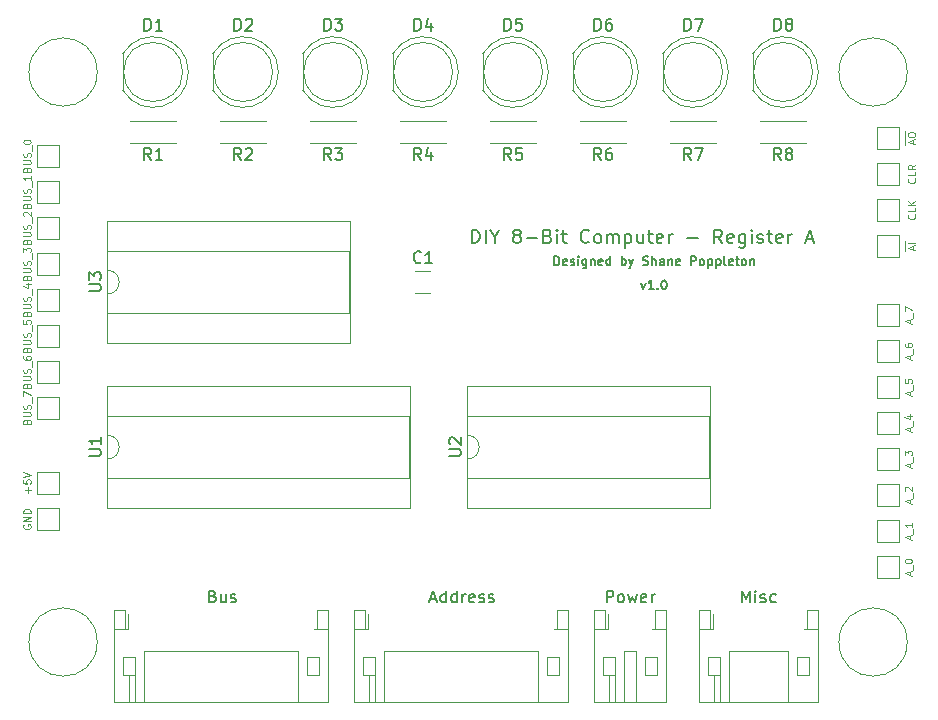
<source format=gbr>
G04 #@! TF.GenerationSoftware,KiCad,Pcbnew,(5.1.2-1)-1*
G04 #@! TF.CreationDate,2019-08-21T21:53:06+10:00*
G04 #@! TF.ProjectId,register-a,72656769-7374-4657-922d-612e6b696361,rev?*
G04 #@! TF.SameCoordinates,Original*
G04 #@! TF.FileFunction,Legend,Top*
G04 #@! TF.FilePolarity,Positive*
%FSLAX46Y46*%
G04 Gerber Fmt 4.6, Leading zero omitted, Abs format (unit mm)*
G04 Created by KiCad (PCBNEW (5.1.2-1)-1) date 2019-08-21 21:53:06*
%MOMM*%
%LPD*%
G04 APERTURE LIST*
%ADD10C,0.127000*%
%ADD11C,0.120000*%
%ADD12C,0.100000*%
%ADD13C,0.150000*%
%ADD14C,0.101600*%
G04 APERTURE END LIST*
D10*
X69269428Y-50890714D02*
X69450857Y-51398714D01*
X69632285Y-50890714D01*
X70321714Y-51398714D02*
X69886285Y-51398714D01*
X70104000Y-51398714D02*
X70104000Y-50636714D01*
X70031428Y-50745571D01*
X69958857Y-50818142D01*
X69886285Y-50854428D01*
X70648285Y-51326142D02*
X70684571Y-51362428D01*
X70648285Y-51398714D01*
X70612000Y-51362428D01*
X70648285Y-51326142D01*
X70648285Y-51398714D01*
X71156285Y-50636714D02*
X71228857Y-50636714D01*
X71301428Y-50673000D01*
X71337714Y-50709285D01*
X71374000Y-50781857D01*
X71410285Y-50927000D01*
X71410285Y-51108428D01*
X71374000Y-51253571D01*
X71337714Y-51326142D01*
X71301428Y-51362428D01*
X71228857Y-51398714D01*
X71156285Y-51398714D01*
X71083714Y-51362428D01*
X71047428Y-51326142D01*
X71011142Y-51253571D01*
X70974857Y-51108428D01*
X70974857Y-50927000D01*
X71011142Y-50781857D01*
X71047428Y-50709285D01*
X71083714Y-50673000D01*
X71156285Y-50636714D01*
X61903428Y-49366714D02*
X61903428Y-48604714D01*
X62084857Y-48604714D01*
X62193714Y-48641000D01*
X62266285Y-48713571D01*
X62302571Y-48786142D01*
X62338857Y-48931285D01*
X62338857Y-49040142D01*
X62302571Y-49185285D01*
X62266285Y-49257857D01*
X62193714Y-49330428D01*
X62084857Y-49366714D01*
X61903428Y-49366714D01*
X62955714Y-49330428D02*
X62883142Y-49366714D01*
X62738000Y-49366714D01*
X62665428Y-49330428D01*
X62629142Y-49257857D01*
X62629142Y-48967571D01*
X62665428Y-48895000D01*
X62738000Y-48858714D01*
X62883142Y-48858714D01*
X62955714Y-48895000D01*
X62992000Y-48967571D01*
X62992000Y-49040142D01*
X62629142Y-49112714D01*
X63282285Y-49330428D02*
X63354857Y-49366714D01*
X63500000Y-49366714D01*
X63572571Y-49330428D01*
X63608857Y-49257857D01*
X63608857Y-49221571D01*
X63572571Y-49149000D01*
X63500000Y-49112714D01*
X63391142Y-49112714D01*
X63318571Y-49076428D01*
X63282285Y-49003857D01*
X63282285Y-48967571D01*
X63318571Y-48895000D01*
X63391142Y-48858714D01*
X63500000Y-48858714D01*
X63572571Y-48895000D01*
X63935428Y-49366714D02*
X63935428Y-48858714D01*
X63935428Y-48604714D02*
X63899142Y-48641000D01*
X63935428Y-48677285D01*
X63971714Y-48641000D01*
X63935428Y-48604714D01*
X63935428Y-48677285D01*
X64624857Y-48858714D02*
X64624857Y-49475571D01*
X64588571Y-49548142D01*
X64552285Y-49584428D01*
X64479714Y-49620714D01*
X64370857Y-49620714D01*
X64298285Y-49584428D01*
X64624857Y-49330428D02*
X64552285Y-49366714D01*
X64407142Y-49366714D01*
X64334571Y-49330428D01*
X64298285Y-49294142D01*
X64262000Y-49221571D01*
X64262000Y-49003857D01*
X64298285Y-48931285D01*
X64334571Y-48895000D01*
X64407142Y-48858714D01*
X64552285Y-48858714D01*
X64624857Y-48895000D01*
X64987714Y-48858714D02*
X64987714Y-49366714D01*
X64987714Y-48931285D02*
X65024000Y-48895000D01*
X65096571Y-48858714D01*
X65205428Y-48858714D01*
X65278000Y-48895000D01*
X65314285Y-48967571D01*
X65314285Y-49366714D01*
X65967428Y-49330428D02*
X65894857Y-49366714D01*
X65749714Y-49366714D01*
X65677142Y-49330428D01*
X65640857Y-49257857D01*
X65640857Y-48967571D01*
X65677142Y-48895000D01*
X65749714Y-48858714D01*
X65894857Y-48858714D01*
X65967428Y-48895000D01*
X66003714Y-48967571D01*
X66003714Y-49040142D01*
X65640857Y-49112714D01*
X66656857Y-49366714D02*
X66656857Y-48604714D01*
X66656857Y-49330428D02*
X66584285Y-49366714D01*
X66439142Y-49366714D01*
X66366571Y-49330428D01*
X66330285Y-49294142D01*
X66294000Y-49221571D01*
X66294000Y-49003857D01*
X66330285Y-48931285D01*
X66366571Y-48895000D01*
X66439142Y-48858714D01*
X66584285Y-48858714D01*
X66656857Y-48895000D01*
X67600285Y-49366714D02*
X67600285Y-48604714D01*
X67600285Y-48895000D02*
X67672857Y-48858714D01*
X67818000Y-48858714D01*
X67890571Y-48895000D01*
X67926857Y-48931285D01*
X67963142Y-49003857D01*
X67963142Y-49221571D01*
X67926857Y-49294142D01*
X67890571Y-49330428D01*
X67818000Y-49366714D01*
X67672857Y-49366714D01*
X67600285Y-49330428D01*
X68217142Y-48858714D02*
X68398571Y-49366714D01*
X68580000Y-48858714D02*
X68398571Y-49366714D01*
X68326000Y-49548142D01*
X68289714Y-49584428D01*
X68217142Y-49620714D01*
X69414571Y-49330428D02*
X69523428Y-49366714D01*
X69704857Y-49366714D01*
X69777428Y-49330428D01*
X69813714Y-49294142D01*
X69850000Y-49221571D01*
X69850000Y-49149000D01*
X69813714Y-49076428D01*
X69777428Y-49040142D01*
X69704857Y-49003857D01*
X69559714Y-48967571D01*
X69487142Y-48931285D01*
X69450857Y-48895000D01*
X69414571Y-48822428D01*
X69414571Y-48749857D01*
X69450857Y-48677285D01*
X69487142Y-48641000D01*
X69559714Y-48604714D01*
X69741142Y-48604714D01*
X69850000Y-48641000D01*
X70176571Y-49366714D02*
X70176571Y-48604714D01*
X70503142Y-49366714D02*
X70503142Y-48967571D01*
X70466857Y-48895000D01*
X70394285Y-48858714D01*
X70285428Y-48858714D01*
X70212857Y-48895000D01*
X70176571Y-48931285D01*
X71192571Y-49366714D02*
X71192571Y-48967571D01*
X71156285Y-48895000D01*
X71083714Y-48858714D01*
X70938571Y-48858714D01*
X70866000Y-48895000D01*
X71192571Y-49330428D02*
X71120000Y-49366714D01*
X70938571Y-49366714D01*
X70866000Y-49330428D01*
X70829714Y-49257857D01*
X70829714Y-49185285D01*
X70866000Y-49112714D01*
X70938571Y-49076428D01*
X71120000Y-49076428D01*
X71192571Y-49040142D01*
X71555428Y-48858714D02*
X71555428Y-49366714D01*
X71555428Y-48931285D02*
X71591714Y-48895000D01*
X71664285Y-48858714D01*
X71773142Y-48858714D01*
X71845714Y-48895000D01*
X71882000Y-48967571D01*
X71882000Y-49366714D01*
X72535142Y-49330428D02*
X72462571Y-49366714D01*
X72317428Y-49366714D01*
X72244857Y-49330428D01*
X72208571Y-49257857D01*
X72208571Y-48967571D01*
X72244857Y-48895000D01*
X72317428Y-48858714D01*
X72462571Y-48858714D01*
X72535142Y-48895000D01*
X72571428Y-48967571D01*
X72571428Y-49040142D01*
X72208571Y-49112714D01*
X73478571Y-49366714D02*
X73478571Y-48604714D01*
X73768857Y-48604714D01*
X73841428Y-48641000D01*
X73877714Y-48677285D01*
X73914000Y-48749857D01*
X73914000Y-48858714D01*
X73877714Y-48931285D01*
X73841428Y-48967571D01*
X73768857Y-49003857D01*
X73478571Y-49003857D01*
X74349428Y-49366714D02*
X74276857Y-49330428D01*
X74240571Y-49294142D01*
X74204285Y-49221571D01*
X74204285Y-49003857D01*
X74240571Y-48931285D01*
X74276857Y-48895000D01*
X74349428Y-48858714D01*
X74458285Y-48858714D01*
X74530857Y-48895000D01*
X74567142Y-48931285D01*
X74603428Y-49003857D01*
X74603428Y-49221571D01*
X74567142Y-49294142D01*
X74530857Y-49330428D01*
X74458285Y-49366714D01*
X74349428Y-49366714D01*
X74930000Y-48858714D02*
X74930000Y-49620714D01*
X74930000Y-48895000D02*
X75002571Y-48858714D01*
X75147714Y-48858714D01*
X75220285Y-48895000D01*
X75256571Y-48931285D01*
X75292857Y-49003857D01*
X75292857Y-49221571D01*
X75256571Y-49294142D01*
X75220285Y-49330428D01*
X75147714Y-49366714D01*
X75002571Y-49366714D01*
X74930000Y-49330428D01*
X75619428Y-48858714D02*
X75619428Y-49620714D01*
X75619428Y-48895000D02*
X75692000Y-48858714D01*
X75837142Y-48858714D01*
X75909714Y-48895000D01*
X75946000Y-48931285D01*
X75982285Y-49003857D01*
X75982285Y-49221571D01*
X75946000Y-49294142D01*
X75909714Y-49330428D01*
X75837142Y-49366714D01*
X75692000Y-49366714D01*
X75619428Y-49330428D01*
X76417714Y-49366714D02*
X76345142Y-49330428D01*
X76308857Y-49257857D01*
X76308857Y-48604714D01*
X76998285Y-49330428D02*
X76925714Y-49366714D01*
X76780571Y-49366714D01*
X76708000Y-49330428D01*
X76671714Y-49257857D01*
X76671714Y-48967571D01*
X76708000Y-48895000D01*
X76780571Y-48858714D01*
X76925714Y-48858714D01*
X76998285Y-48895000D01*
X77034571Y-48967571D01*
X77034571Y-49040142D01*
X76671714Y-49112714D01*
X77252285Y-48858714D02*
X77542571Y-48858714D01*
X77361142Y-48604714D02*
X77361142Y-49257857D01*
X77397428Y-49330428D01*
X77470000Y-49366714D01*
X77542571Y-49366714D01*
X77905428Y-49366714D02*
X77832857Y-49330428D01*
X77796571Y-49294142D01*
X77760285Y-49221571D01*
X77760285Y-49003857D01*
X77796571Y-48931285D01*
X77832857Y-48895000D01*
X77905428Y-48858714D01*
X78014285Y-48858714D01*
X78086857Y-48895000D01*
X78123142Y-48931285D01*
X78159428Y-49003857D01*
X78159428Y-49221571D01*
X78123142Y-49294142D01*
X78086857Y-49330428D01*
X78014285Y-49366714D01*
X77905428Y-49366714D01*
X78486000Y-48858714D02*
X78486000Y-49366714D01*
X78486000Y-48931285D02*
X78522285Y-48895000D01*
X78594857Y-48858714D01*
X78703714Y-48858714D01*
X78776285Y-48895000D01*
X78812571Y-48967571D01*
X78812571Y-49366714D01*
X54945642Y-47507071D02*
X54945642Y-46364071D01*
X55217785Y-46364071D01*
X55381071Y-46418500D01*
X55489928Y-46527357D01*
X55544357Y-46636214D01*
X55598785Y-46853928D01*
X55598785Y-47017214D01*
X55544357Y-47234928D01*
X55489928Y-47343785D01*
X55381071Y-47452642D01*
X55217785Y-47507071D01*
X54945642Y-47507071D01*
X56088642Y-47507071D02*
X56088642Y-46364071D01*
X56850642Y-46962785D02*
X56850642Y-47507071D01*
X56469642Y-46364071D02*
X56850642Y-46962785D01*
X57231642Y-46364071D01*
X58646785Y-46853928D02*
X58537928Y-46799500D01*
X58483500Y-46745071D01*
X58429071Y-46636214D01*
X58429071Y-46581785D01*
X58483500Y-46472928D01*
X58537928Y-46418500D01*
X58646785Y-46364071D01*
X58864500Y-46364071D01*
X58973357Y-46418500D01*
X59027785Y-46472928D01*
X59082214Y-46581785D01*
X59082214Y-46636214D01*
X59027785Y-46745071D01*
X58973357Y-46799500D01*
X58864500Y-46853928D01*
X58646785Y-46853928D01*
X58537928Y-46908357D01*
X58483500Y-46962785D01*
X58429071Y-47071642D01*
X58429071Y-47289357D01*
X58483500Y-47398214D01*
X58537928Y-47452642D01*
X58646785Y-47507071D01*
X58864500Y-47507071D01*
X58973357Y-47452642D01*
X59027785Y-47398214D01*
X59082214Y-47289357D01*
X59082214Y-47071642D01*
X59027785Y-46962785D01*
X58973357Y-46908357D01*
X58864500Y-46853928D01*
X59572071Y-47071642D02*
X60442928Y-47071642D01*
X61368214Y-46908357D02*
X61531500Y-46962785D01*
X61585928Y-47017214D01*
X61640357Y-47126071D01*
X61640357Y-47289357D01*
X61585928Y-47398214D01*
X61531500Y-47452642D01*
X61422642Y-47507071D01*
X60987214Y-47507071D01*
X60987214Y-46364071D01*
X61368214Y-46364071D01*
X61477071Y-46418500D01*
X61531500Y-46472928D01*
X61585928Y-46581785D01*
X61585928Y-46690642D01*
X61531500Y-46799500D01*
X61477071Y-46853928D01*
X61368214Y-46908357D01*
X60987214Y-46908357D01*
X62130214Y-47507071D02*
X62130214Y-46745071D01*
X62130214Y-46364071D02*
X62075785Y-46418500D01*
X62130214Y-46472928D01*
X62184642Y-46418500D01*
X62130214Y-46364071D01*
X62130214Y-46472928D01*
X62511214Y-46745071D02*
X62946642Y-46745071D01*
X62674500Y-46364071D02*
X62674500Y-47343785D01*
X62728928Y-47452642D01*
X62837785Y-47507071D01*
X62946642Y-47507071D01*
X64851642Y-47398214D02*
X64797214Y-47452642D01*
X64633928Y-47507071D01*
X64525071Y-47507071D01*
X64361785Y-47452642D01*
X64252928Y-47343785D01*
X64198500Y-47234928D01*
X64144071Y-47017214D01*
X64144071Y-46853928D01*
X64198500Y-46636214D01*
X64252928Y-46527357D01*
X64361785Y-46418500D01*
X64525071Y-46364071D01*
X64633928Y-46364071D01*
X64797214Y-46418500D01*
X64851642Y-46472928D01*
X65504785Y-47507071D02*
X65395928Y-47452642D01*
X65341500Y-47398214D01*
X65287071Y-47289357D01*
X65287071Y-46962785D01*
X65341500Y-46853928D01*
X65395928Y-46799500D01*
X65504785Y-46745071D01*
X65668071Y-46745071D01*
X65776928Y-46799500D01*
X65831357Y-46853928D01*
X65885785Y-46962785D01*
X65885785Y-47289357D01*
X65831357Y-47398214D01*
X65776928Y-47452642D01*
X65668071Y-47507071D01*
X65504785Y-47507071D01*
X66375642Y-47507071D02*
X66375642Y-46745071D01*
X66375642Y-46853928D02*
X66430071Y-46799500D01*
X66538928Y-46745071D01*
X66702214Y-46745071D01*
X66811071Y-46799500D01*
X66865500Y-46908357D01*
X66865500Y-47507071D01*
X66865500Y-46908357D02*
X66919928Y-46799500D01*
X67028785Y-46745071D01*
X67192071Y-46745071D01*
X67300928Y-46799500D01*
X67355357Y-46908357D01*
X67355357Y-47507071D01*
X67899642Y-46745071D02*
X67899642Y-47888071D01*
X67899642Y-46799500D02*
X68008500Y-46745071D01*
X68226214Y-46745071D01*
X68335071Y-46799500D01*
X68389500Y-46853928D01*
X68443928Y-46962785D01*
X68443928Y-47289357D01*
X68389500Y-47398214D01*
X68335071Y-47452642D01*
X68226214Y-47507071D01*
X68008500Y-47507071D01*
X67899642Y-47452642D01*
X69423642Y-46745071D02*
X69423642Y-47507071D01*
X68933785Y-46745071D02*
X68933785Y-47343785D01*
X68988214Y-47452642D01*
X69097071Y-47507071D01*
X69260357Y-47507071D01*
X69369214Y-47452642D01*
X69423642Y-47398214D01*
X69804642Y-46745071D02*
X70240071Y-46745071D01*
X69967928Y-46364071D02*
X69967928Y-47343785D01*
X70022357Y-47452642D01*
X70131214Y-47507071D01*
X70240071Y-47507071D01*
X71056500Y-47452642D02*
X70947642Y-47507071D01*
X70729928Y-47507071D01*
X70621071Y-47452642D01*
X70566642Y-47343785D01*
X70566642Y-46908357D01*
X70621071Y-46799500D01*
X70729928Y-46745071D01*
X70947642Y-46745071D01*
X71056500Y-46799500D01*
X71110928Y-46908357D01*
X71110928Y-47017214D01*
X70566642Y-47126071D01*
X71600785Y-47507071D02*
X71600785Y-46745071D01*
X71600785Y-46962785D02*
X71655214Y-46853928D01*
X71709642Y-46799500D01*
X71818500Y-46745071D01*
X71927357Y-46745071D01*
X73179214Y-47071642D02*
X74050071Y-47071642D01*
X76118357Y-47507071D02*
X75737357Y-46962785D01*
X75465214Y-47507071D02*
X75465214Y-46364071D01*
X75900642Y-46364071D01*
X76009500Y-46418500D01*
X76063928Y-46472928D01*
X76118357Y-46581785D01*
X76118357Y-46745071D01*
X76063928Y-46853928D01*
X76009500Y-46908357D01*
X75900642Y-46962785D01*
X75465214Y-46962785D01*
X77043642Y-47452642D02*
X76934785Y-47507071D01*
X76717071Y-47507071D01*
X76608214Y-47452642D01*
X76553785Y-47343785D01*
X76553785Y-46908357D01*
X76608214Y-46799500D01*
X76717071Y-46745071D01*
X76934785Y-46745071D01*
X77043642Y-46799500D01*
X77098071Y-46908357D01*
X77098071Y-47017214D01*
X76553785Y-47126071D01*
X78077785Y-46745071D02*
X78077785Y-47670357D01*
X78023357Y-47779214D01*
X77968928Y-47833642D01*
X77860071Y-47888071D01*
X77696785Y-47888071D01*
X77587928Y-47833642D01*
X78077785Y-47452642D02*
X77968928Y-47507071D01*
X77751214Y-47507071D01*
X77642357Y-47452642D01*
X77587928Y-47398214D01*
X77533500Y-47289357D01*
X77533500Y-46962785D01*
X77587928Y-46853928D01*
X77642357Y-46799500D01*
X77751214Y-46745071D01*
X77968928Y-46745071D01*
X78077785Y-46799500D01*
X78622071Y-47507071D02*
X78622071Y-46745071D01*
X78622071Y-46364071D02*
X78567642Y-46418500D01*
X78622071Y-46472928D01*
X78676500Y-46418500D01*
X78622071Y-46364071D01*
X78622071Y-46472928D01*
X79111928Y-47452642D02*
X79220785Y-47507071D01*
X79438500Y-47507071D01*
X79547357Y-47452642D01*
X79601785Y-47343785D01*
X79601785Y-47289357D01*
X79547357Y-47180500D01*
X79438500Y-47126071D01*
X79275214Y-47126071D01*
X79166357Y-47071642D01*
X79111928Y-46962785D01*
X79111928Y-46908357D01*
X79166357Y-46799500D01*
X79275214Y-46745071D01*
X79438500Y-46745071D01*
X79547357Y-46799500D01*
X79928357Y-46745071D02*
X80363785Y-46745071D01*
X80091642Y-46364071D02*
X80091642Y-47343785D01*
X80146071Y-47452642D01*
X80254928Y-47507071D01*
X80363785Y-47507071D01*
X81180214Y-47452642D02*
X81071357Y-47507071D01*
X80853642Y-47507071D01*
X80744785Y-47452642D01*
X80690357Y-47343785D01*
X80690357Y-46908357D01*
X80744785Y-46799500D01*
X80853642Y-46745071D01*
X81071357Y-46745071D01*
X81180214Y-46799500D01*
X81234642Y-46908357D01*
X81234642Y-47017214D01*
X80690357Y-47126071D01*
X81724500Y-47507071D02*
X81724500Y-46745071D01*
X81724500Y-46962785D02*
X81778928Y-46853928D01*
X81833357Y-46799500D01*
X81942214Y-46745071D01*
X82051071Y-46745071D01*
X83248500Y-47180500D02*
X83792785Y-47180500D01*
X83139642Y-47507071D02*
X83520642Y-46364071D01*
X83901642Y-47507071D01*
D11*
X24010000Y-45660000D02*
X24010000Y-55940000D01*
X44570000Y-45660000D02*
X24010000Y-45660000D01*
X44570000Y-55940000D02*
X44570000Y-45660000D01*
X24010000Y-55940000D02*
X44570000Y-55940000D01*
X24070000Y-48150000D02*
X24070000Y-49800000D01*
X44510000Y-48150000D02*
X24070000Y-48150000D01*
X44510000Y-53450000D02*
X44510000Y-48150000D01*
X24070000Y-53450000D02*
X44510000Y-53450000D01*
X24070000Y-51800000D02*
X24070000Y-53450000D01*
X24070000Y-49800000D02*
G75*
G02X24070000Y-51800000I0J-1000000D01*
G01*
D12*
X91790017Y-81280000D02*
G75*
G03X91790017Y-81280000I-2890017J0D01*
G01*
X23210017Y-81280000D02*
G75*
G03X23210017Y-81280000I-2890017J0D01*
G01*
X91790017Y-33020000D02*
G75*
G03X91790017Y-33020000I-2890017J0D01*
G01*
X23210017Y-33020000D02*
G75*
G03X23210017Y-33020000I-2890017J0D01*
G01*
D11*
X46130000Y-80150000D02*
X46130000Y-78935000D01*
X46190000Y-84110000D02*
X46190000Y-86370000D01*
X46690000Y-84110000D02*
X46690000Y-86370000D01*
X61290000Y-82510000D02*
X62290000Y-82510000D01*
X61290000Y-84110000D02*
X61290000Y-82510000D01*
X62290000Y-84110000D02*
X61290000Y-84110000D01*
X62290000Y-82510000D02*
X62290000Y-84110000D01*
X46690000Y-82510000D02*
X45690000Y-82510000D01*
X46690000Y-84110000D02*
X46690000Y-82510000D01*
X45690000Y-84110000D02*
X46690000Y-84110000D01*
X45690000Y-82510000D02*
X45690000Y-84110000D01*
X63050000Y-80150000D02*
X62130000Y-80150000D01*
X44930000Y-80150000D02*
X45850000Y-80150000D01*
X60490000Y-82010000D02*
X60490000Y-86370000D01*
X47490000Y-82010000D02*
X60490000Y-82010000D01*
X47490000Y-86370000D02*
X47490000Y-82010000D01*
X62130000Y-80150000D02*
X61850000Y-80150000D01*
X62130000Y-78550000D02*
X62130000Y-80150000D01*
X63050000Y-78550000D02*
X62130000Y-78550000D01*
X63050000Y-86370000D02*
X63050000Y-78550000D01*
X44930000Y-86370000D02*
X63050000Y-86370000D01*
X44930000Y-78550000D02*
X44930000Y-86370000D01*
X45850000Y-78550000D02*
X44930000Y-78550000D01*
X45850000Y-80150000D02*
X45850000Y-78550000D01*
X46130000Y-80150000D02*
X45850000Y-80150000D01*
X50151000Y-49880000D02*
X51409000Y-49880000D01*
X50151000Y-51720000D02*
X51409000Y-51720000D01*
X25380000Y-31475000D02*
X25380000Y-34565000D01*
X30440000Y-33020000D02*
G75*
G03X30440000Y-33020000I-2500000J0D01*
G01*
X30930000Y-33019538D02*
G75*
G02X25380000Y-34564830I-2990000J-462D01*
G01*
X30930000Y-33020462D02*
G75*
G03X25380000Y-31475170I-2990000J462D01*
G01*
X38550000Y-33020462D02*
G75*
G03X33000000Y-31475170I-2990000J462D01*
G01*
X38550000Y-33019538D02*
G75*
G02X33000000Y-34564830I-2990000J-462D01*
G01*
X38060000Y-33020000D02*
G75*
G03X38060000Y-33020000I-2500000J0D01*
G01*
X33000000Y-31475000D02*
X33000000Y-34565000D01*
X40620000Y-31475000D02*
X40620000Y-34565000D01*
X45680000Y-33020000D02*
G75*
G03X45680000Y-33020000I-2500000J0D01*
G01*
X46170000Y-33019538D02*
G75*
G02X40620000Y-34564830I-2990000J-462D01*
G01*
X46170000Y-33020462D02*
G75*
G03X40620000Y-31475170I-2990000J462D01*
G01*
X53790000Y-33020462D02*
G75*
G03X48240000Y-31475170I-2990000J462D01*
G01*
X53790000Y-33019538D02*
G75*
G02X48240000Y-34564830I-2990000J-462D01*
G01*
X53300000Y-33020000D02*
G75*
G03X53300000Y-33020000I-2500000J0D01*
G01*
X48240000Y-31475000D02*
X48240000Y-34565000D01*
X55860000Y-31475000D02*
X55860000Y-34565000D01*
X60920000Y-33020000D02*
G75*
G03X60920000Y-33020000I-2500000J0D01*
G01*
X61410000Y-33019538D02*
G75*
G02X55860000Y-34564830I-2990000J-462D01*
G01*
X61410000Y-33020462D02*
G75*
G03X55860000Y-31475170I-2990000J462D01*
G01*
X69030000Y-33020462D02*
G75*
G03X63480000Y-31475170I-2990000J462D01*
G01*
X69030000Y-33019538D02*
G75*
G02X63480000Y-34564830I-2990000J-462D01*
G01*
X68540000Y-33020000D02*
G75*
G03X68540000Y-33020000I-2500000J0D01*
G01*
X63480000Y-31475000D02*
X63480000Y-34565000D01*
X71100000Y-31475000D02*
X71100000Y-34565000D01*
X76160000Y-33020000D02*
G75*
G03X76160000Y-33020000I-2500000J0D01*
G01*
X76650000Y-33019538D02*
G75*
G02X71100000Y-34564830I-2990000J-462D01*
G01*
X76650000Y-33020462D02*
G75*
G03X71100000Y-31475170I-2990000J462D01*
G01*
X84270000Y-33020462D02*
G75*
G03X78720000Y-31475170I-2990000J462D01*
G01*
X84270000Y-33019538D02*
G75*
G02X78720000Y-34564830I-2990000J-462D01*
G01*
X83780000Y-33020000D02*
G75*
G03X83780000Y-33020000I-2500000J0D01*
G01*
X78720000Y-31475000D02*
X78720000Y-34565000D01*
X25810000Y-80150000D02*
X25530000Y-80150000D01*
X25530000Y-80150000D02*
X25530000Y-78550000D01*
X25530000Y-78550000D02*
X24610000Y-78550000D01*
X24610000Y-78550000D02*
X24610000Y-86370000D01*
X24610000Y-86370000D02*
X42730000Y-86370000D01*
X42730000Y-86370000D02*
X42730000Y-78550000D01*
X42730000Y-78550000D02*
X41810000Y-78550000D01*
X41810000Y-78550000D02*
X41810000Y-80150000D01*
X41810000Y-80150000D02*
X41530000Y-80150000D01*
X27170000Y-86370000D02*
X27170000Y-82010000D01*
X27170000Y-82010000D02*
X40170000Y-82010000D01*
X40170000Y-82010000D02*
X40170000Y-86370000D01*
X24610000Y-80150000D02*
X25530000Y-80150000D01*
X42730000Y-80150000D02*
X41810000Y-80150000D01*
X25370000Y-82510000D02*
X25370000Y-84110000D01*
X25370000Y-84110000D02*
X26370000Y-84110000D01*
X26370000Y-84110000D02*
X26370000Y-82510000D01*
X26370000Y-82510000D02*
X25370000Y-82510000D01*
X41970000Y-82510000D02*
X41970000Y-84110000D01*
X41970000Y-84110000D02*
X40970000Y-84110000D01*
X40970000Y-84110000D02*
X40970000Y-82510000D01*
X40970000Y-82510000D02*
X41970000Y-82510000D01*
X26370000Y-84110000D02*
X26370000Y-86370000D01*
X25870000Y-84110000D02*
X25870000Y-86370000D01*
X25810000Y-80150000D02*
X25810000Y-78935000D01*
X75340000Y-80150000D02*
X75060000Y-80150000D01*
X75060000Y-80150000D02*
X75060000Y-78550000D01*
X75060000Y-78550000D02*
X74140000Y-78550000D01*
X74140000Y-78550000D02*
X74140000Y-86370000D01*
X74140000Y-86370000D02*
X84260000Y-86370000D01*
X84260000Y-86370000D02*
X84260000Y-78550000D01*
X84260000Y-78550000D02*
X83340000Y-78550000D01*
X83340000Y-78550000D02*
X83340000Y-80150000D01*
X83340000Y-80150000D02*
X83060000Y-80150000D01*
X76700000Y-86370000D02*
X76700000Y-82010000D01*
X76700000Y-82010000D02*
X81700000Y-82010000D01*
X81700000Y-82010000D02*
X81700000Y-86370000D01*
X74140000Y-80150000D02*
X75060000Y-80150000D01*
X84260000Y-80150000D02*
X83340000Y-80150000D01*
X74900000Y-82510000D02*
X74900000Y-84110000D01*
X74900000Y-84110000D02*
X75900000Y-84110000D01*
X75900000Y-84110000D02*
X75900000Y-82510000D01*
X75900000Y-82510000D02*
X74900000Y-82510000D01*
X83500000Y-82510000D02*
X83500000Y-84110000D01*
X83500000Y-84110000D02*
X82500000Y-84110000D01*
X82500000Y-84110000D02*
X82500000Y-82510000D01*
X82500000Y-82510000D02*
X83500000Y-82510000D01*
X75900000Y-84110000D02*
X75900000Y-86370000D01*
X75400000Y-84110000D02*
X75400000Y-86370000D01*
X75340000Y-80150000D02*
X75340000Y-78935000D01*
X66450000Y-80150000D02*
X66170000Y-80150000D01*
X66170000Y-80150000D02*
X66170000Y-78550000D01*
X66170000Y-78550000D02*
X65250000Y-78550000D01*
X65250000Y-78550000D02*
X65250000Y-86370000D01*
X65250000Y-86370000D02*
X71370000Y-86370000D01*
X71370000Y-86370000D02*
X71370000Y-78550000D01*
X71370000Y-78550000D02*
X70450000Y-78550000D01*
X70450000Y-78550000D02*
X70450000Y-80150000D01*
X70450000Y-80150000D02*
X70170000Y-80150000D01*
X67810000Y-86370000D02*
X67810000Y-82010000D01*
X67810000Y-82010000D02*
X68810000Y-82010000D01*
X68810000Y-82010000D02*
X68810000Y-86370000D01*
X65250000Y-80150000D02*
X66170000Y-80150000D01*
X71370000Y-80150000D02*
X70450000Y-80150000D01*
X66010000Y-82510000D02*
X66010000Y-84110000D01*
X66010000Y-84110000D02*
X67010000Y-84110000D01*
X67010000Y-84110000D02*
X67010000Y-82510000D01*
X67010000Y-82510000D02*
X66010000Y-82510000D01*
X70610000Y-82510000D02*
X70610000Y-84110000D01*
X70610000Y-84110000D02*
X69610000Y-84110000D01*
X69610000Y-84110000D02*
X69610000Y-82510000D01*
X69610000Y-82510000D02*
X70610000Y-82510000D01*
X67010000Y-84110000D02*
X67010000Y-86370000D01*
X66510000Y-84110000D02*
X66510000Y-86370000D01*
X66450000Y-80150000D02*
X66450000Y-78935000D01*
X26020000Y-39020000D02*
X29860000Y-39020000D01*
X26020000Y-37180000D02*
X29860000Y-37180000D01*
X33640000Y-37180000D02*
X37480000Y-37180000D01*
X33640000Y-39020000D02*
X37480000Y-39020000D01*
X41260000Y-39020000D02*
X45100000Y-39020000D01*
X41260000Y-37180000D02*
X45100000Y-37180000D01*
X48880000Y-37180000D02*
X52720000Y-37180000D01*
X48880000Y-39020000D02*
X52720000Y-39020000D01*
X56500000Y-39020000D02*
X60340000Y-39020000D01*
X56500000Y-37180000D02*
X60340000Y-37180000D01*
X64120000Y-37180000D02*
X67960000Y-37180000D01*
X64120000Y-39020000D02*
X67960000Y-39020000D01*
X71740000Y-39020000D02*
X75580000Y-39020000D01*
X71740000Y-37180000D02*
X75580000Y-37180000D01*
X79360000Y-37180000D02*
X83200000Y-37180000D01*
X79360000Y-39020000D02*
X83200000Y-39020000D01*
X20000000Y-60518000D02*
X20000000Y-62418000D01*
X20000000Y-62418000D02*
X18100000Y-62418000D01*
X18100000Y-62418000D02*
X18100000Y-60518000D01*
X18100000Y-60518000D02*
X20000000Y-60518000D01*
X18100000Y-57470000D02*
X20000000Y-57470000D01*
X18100000Y-59370000D02*
X18100000Y-57470000D01*
X20000000Y-59370000D02*
X18100000Y-59370000D01*
X20000000Y-57470000D02*
X20000000Y-59370000D01*
X18100000Y-54422000D02*
X20000000Y-54422000D01*
X18100000Y-56322000D02*
X18100000Y-54422000D01*
X20000000Y-56322000D02*
X18100000Y-56322000D01*
X20000000Y-54422000D02*
X20000000Y-56322000D01*
X20000000Y-51374000D02*
X20000000Y-53274000D01*
X20000000Y-53274000D02*
X18100000Y-53274000D01*
X18100000Y-53274000D02*
X18100000Y-51374000D01*
X18100000Y-51374000D02*
X20000000Y-51374000D01*
X18100000Y-48326000D02*
X20000000Y-48326000D01*
X18100000Y-50226000D02*
X18100000Y-48326000D01*
X20000000Y-50226000D02*
X18100000Y-50226000D01*
X20000000Y-48326000D02*
X20000000Y-50226000D01*
X20000000Y-45278000D02*
X20000000Y-47178000D01*
X20000000Y-47178000D02*
X18100000Y-47178000D01*
X18100000Y-47178000D02*
X18100000Y-45278000D01*
X18100000Y-45278000D02*
X20000000Y-45278000D01*
X18100000Y-42230000D02*
X20000000Y-42230000D01*
X18100000Y-44130000D02*
X18100000Y-42230000D01*
X20000000Y-44130000D02*
X18100000Y-44130000D01*
X20000000Y-42230000D02*
X20000000Y-44130000D01*
X20000000Y-39182000D02*
X20000000Y-41082000D01*
X20000000Y-41082000D02*
X18100000Y-41082000D01*
X18100000Y-41082000D02*
X18100000Y-39182000D01*
X18100000Y-39182000D02*
X20000000Y-39182000D01*
X89220000Y-54544000D02*
X89220000Y-52644000D01*
X89220000Y-52644000D02*
X91120000Y-52644000D01*
X91120000Y-52644000D02*
X91120000Y-54544000D01*
X91120000Y-54544000D02*
X89220000Y-54544000D01*
X91120000Y-57592000D02*
X89220000Y-57592000D01*
X91120000Y-55692000D02*
X91120000Y-57592000D01*
X89220000Y-55692000D02*
X91120000Y-55692000D01*
X89220000Y-57592000D02*
X89220000Y-55692000D01*
X89220000Y-60640000D02*
X89220000Y-58740000D01*
X89220000Y-58740000D02*
X91120000Y-58740000D01*
X91120000Y-58740000D02*
X91120000Y-60640000D01*
X91120000Y-60640000D02*
X89220000Y-60640000D01*
X91120000Y-63688000D02*
X89220000Y-63688000D01*
X91120000Y-61788000D02*
X91120000Y-63688000D01*
X89220000Y-61788000D02*
X91120000Y-61788000D01*
X89220000Y-63688000D02*
X89220000Y-61788000D01*
X89220000Y-66736000D02*
X89220000Y-64836000D01*
X89220000Y-64836000D02*
X91120000Y-64836000D01*
X91120000Y-64836000D02*
X91120000Y-66736000D01*
X91120000Y-66736000D02*
X89220000Y-66736000D01*
X91120000Y-69784000D02*
X89220000Y-69784000D01*
X91120000Y-67884000D02*
X91120000Y-69784000D01*
X89220000Y-67884000D02*
X91120000Y-67884000D01*
X89220000Y-69784000D02*
X89220000Y-67884000D01*
X89220000Y-72832000D02*
X89220000Y-70932000D01*
X89220000Y-70932000D02*
X91120000Y-70932000D01*
X91120000Y-70932000D02*
X91120000Y-72832000D01*
X91120000Y-72832000D02*
X89220000Y-72832000D01*
X91120000Y-75880000D02*
X89220000Y-75880000D01*
X91120000Y-73980000D02*
X91120000Y-75880000D01*
X89220000Y-73980000D02*
X91120000Y-73980000D01*
X89220000Y-75880000D02*
X89220000Y-73980000D01*
X89220000Y-48702000D02*
X89220000Y-46802000D01*
X89220000Y-46802000D02*
X91120000Y-46802000D01*
X91120000Y-46802000D02*
X91120000Y-48702000D01*
X91120000Y-48702000D02*
X89220000Y-48702000D01*
X91120000Y-45654000D02*
X89220000Y-45654000D01*
X91120000Y-43754000D02*
X91120000Y-45654000D01*
X89220000Y-43754000D02*
X91120000Y-43754000D01*
X89220000Y-45654000D02*
X89220000Y-43754000D01*
X89220000Y-42606000D02*
X89220000Y-40706000D01*
X89220000Y-40706000D02*
X91120000Y-40706000D01*
X91120000Y-40706000D02*
X91120000Y-42606000D01*
X91120000Y-42606000D02*
X89220000Y-42606000D01*
X91120000Y-39558000D02*
X89220000Y-39558000D01*
X91120000Y-37658000D02*
X91120000Y-39558000D01*
X89220000Y-37658000D02*
X91120000Y-37658000D01*
X89220000Y-39558000D02*
X89220000Y-37658000D01*
X18100000Y-66868000D02*
X20000000Y-66868000D01*
X18100000Y-68768000D02*
X18100000Y-66868000D01*
X20000000Y-68768000D02*
X18100000Y-68768000D01*
X20000000Y-66868000D02*
X20000000Y-68768000D01*
X20000000Y-69916000D02*
X20000000Y-71816000D01*
X20000000Y-71816000D02*
X18100000Y-71816000D01*
X18100000Y-71816000D02*
X18100000Y-69916000D01*
X18100000Y-69916000D02*
X20000000Y-69916000D01*
X24070000Y-63770000D02*
G75*
G02X24070000Y-65770000I0J-1000000D01*
G01*
X24070000Y-65770000D02*
X24070000Y-67420000D01*
X24070000Y-67420000D02*
X49590000Y-67420000D01*
X49590000Y-67420000D02*
X49590000Y-62120000D01*
X49590000Y-62120000D02*
X24070000Y-62120000D01*
X24070000Y-62120000D02*
X24070000Y-63770000D01*
X24010000Y-69910000D02*
X49650000Y-69910000D01*
X49650000Y-69910000D02*
X49650000Y-59630000D01*
X49650000Y-59630000D02*
X24010000Y-59630000D01*
X24010000Y-59630000D02*
X24010000Y-69910000D01*
X54550000Y-63770000D02*
G75*
G02X54550000Y-65770000I0J-1000000D01*
G01*
X54550000Y-65770000D02*
X54550000Y-67420000D01*
X54550000Y-67420000D02*
X74990000Y-67420000D01*
X74990000Y-67420000D02*
X74990000Y-62120000D01*
X74990000Y-62120000D02*
X54550000Y-62120000D01*
X54550000Y-62120000D02*
X54550000Y-63770000D01*
X54490000Y-69910000D02*
X75050000Y-69910000D01*
X75050000Y-69910000D02*
X75050000Y-59630000D01*
X75050000Y-59630000D02*
X54490000Y-59630000D01*
X54490000Y-59630000D02*
X54490000Y-69910000D01*
D13*
X22522380Y-51561904D02*
X23331904Y-51561904D01*
X23427142Y-51514285D01*
X23474761Y-51466666D01*
X23522380Y-51371428D01*
X23522380Y-51180952D01*
X23474761Y-51085714D01*
X23427142Y-51038095D01*
X23331904Y-50990476D01*
X22522380Y-50990476D01*
X22522380Y-50609523D02*
X22522380Y-49990476D01*
X22903333Y-50323809D01*
X22903333Y-50180952D01*
X22950952Y-50085714D01*
X22998571Y-50038095D01*
X23093809Y-49990476D01*
X23331904Y-49990476D01*
X23427142Y-50038095D01*
X23474761Y-50085714D01*
X23522380Y-50180952D01*
X23522380Y-50466666D01*
X23474761Y-50561904D01*
X23427142Y-50609523D01*
X51411523Y-77636666D02*
X51887714Y-77636666D01*
X51316285Y-77922380D02*
X51649619Y-76922380D01*
X51982952Y-77922380D01*
X52744857Y-77922380D02*
X52744857Y-76922380D01*
X52744857Y-77874761D02*
X52649619Y-77922380D01*
X52459142Y-77922380D01*
X52363904Y-77874761D01*
X52316285Y-77827142D01*
X52268666Y-77731904D01*
X52268666Y-77446190D01*
X52316285Y-77350952D01*
X52363904Y-77303333D01*
X52459142Y-77255714D01*
X52649619Y-77255714D01*
X52744857Y-77303333D01*
X53649619Y-77922380D02*
X53649619Y-76922380D01*
X53649619Y-77874761D02*
X53554380Y-77922380D01*
X53363904Y-77922380D01*
X53268666Y-77874761D01*
X53221047Y-77827142D01*
X53173428Y-77731904D01*
X53173428Y-77446190D01*
X53221047Y-77350952D01*
X53268666Y-77303333D01*
X53363904Y-77255714D01*
X53554380Y-77255714D01*
X53649619Y-77303333D01*
X54125809Y-77922380D02*
X54125809Y-77255714D01*
X54125809Y-77446190D02*
X54173428Y-77350952D01*
X54221047Y-77303333D01*
X54316285Y-77255714D01*
X54411523Y-77255714D01*
X55125809Y-77874761D02*
X55030571Y-77922380D01*
X54840095Y-77922380D01*
X54744857Y-77874761D01*
X54697238Y-77779523D01*
X54697238Y-77398571D01*
X54744857Y-77303333D01*
X54840095Y-77255714D01*
X55030571Y-77255714D01*
X55125809Y-77303333D01*
X55173428Y-77398571D01*
X55173428Y-77493809D01*
X54697238Y-77589047D01*
X55554380Y-77874761D02*
X55649619Y-77922380D01*
X55840095Y-77922380D01*
X55935333Y-77874761D01*
X55982952Y-77779523D01*
X55982952Y-77731904D01*
X55935333Y-77636666D01*
X55840095Y-77589047D01*
X55697238Y-77589047D01*
X55602000Y-77541428D01*
X55554380Y-77446190D01*
X55554380Y-77398571D01*
X55602000Y-77303333D01*
X55697238Y-77255714D01*
X55840095Y-77255714D01*
X55935333Y-77303333D01*
X56363904Y-77874761D02*
X56459142Y-77922380D01*
X56649619Y-77922380D01*
X56744857Y-77874761D01*
X56792476Y-77779523D01*
X56792476Y-77731904D01*
X56744857Y-77636666D01*
X56649619Y-77589047D01*
X56506761Y-77589047D01*
X56411523Y-77541428D01*
X56363904Y-77446190D01*
X56363904Y-77398571D01*
X56411523Y-77303333D01*
X56506761Y-77255714D01*
X56649619Y-77255714D01*
X56744857Y-77303333D01*
X50613333Y-49107142D02*
X50565714Y-49154761D01*
X50422857Y-49202380D01*
X50327619Y-49202380D01*
X50184761Y-49154761D01*
X50089523Y-49059523D01*
X50041904Y-48964285D01*
X49994285Y-48773809D01*
X49994285Y-48630952D01*
X50041904Y-48440476D01*
X50089523Y-48345238D01*
X50184761Y-48250000D01*
X50327619Y-48202380D01*
X50422857Y-48202380D01*
X50565714Y-48250000D01*
X50613333Y-48297619D01*
X51565714Y-49202380D02*
X50994285Y-49202380D01*
X51280000Y-49202380D02*
X51280000Y-48202380D01*
X51184761Y-48345238D01*
X51089523Y-48440476D01*
X50994285Y-48488095D01*
X27201904Y-29512380D02*
X27201904Y-28512380D01*
X27440000Y-28512380D01*
X27582857Y-28560000D01*
X27678095Y-28655238D01*
X27725714Y-28750476D01*
X27773333Y-28940952D01*
X27773333Y-29083809D01*
X27725714Y-29274285D01*
X27678095Y-29369523D01*
X27582857Y-29464761D01*
X27440000Y-29512380D01*
X27201904Y-29512380D01*
X28725714Y-29512380D02*
X28154285Y-29512380D01*
X28440000Y-29512380D02*
X28440000Y-28512380D01*
X28344761Y-28655238D01*
X28249523Y-28750476D01*
X28154285Y-28798095D01*
X34821904Y-29512380D02*
X34821904Y-28512380D01*
X35060000Y-28512380D01*
X35202857Y-28560000D01*
X35298095Y-28655238D01*
X35345714Y-28750476D01*
X35393333Y-28940952D01*
X35393333Y-29083809D01*
X35345714Y-29274285D01*
X35298095Y-29369523D01*
X35202857Y-29464761D01*
X35060000Y-29512380D01*
X34821904Y-29512380D01*
X35774285Y-28607619D02*
X35821904Y-28560000D01*
X35917142Y-28512380D01*
X36155238Y-28512380D01*
X36250476Y-28560000D01*
X36298095Y-28607619D01*
X36345714Y-28702857D01*
X36345714Y-28798095D01*
X36298095Y-28940952D01*
X35726666Y-29512380D01*
X36345714Y-29512380D01*
X42441904Y-29512380D02*
X42441904Y-28512380D01*
X42680000Y-28512380D01*
X42822857Y-28560000D01*
X42918095Y-28655238D01*
X42965714Y-28750476D01*
X43013333Y-28940952D01*
X43013333Y-29083809D01*
X42965714Y-29274285D01*
X42918095Y-29369523D01*
X42822857Y-29464761D01*
X42680000Y-29512380D01*
X42441904Y-29512380D01*
X43346666Y-28512380D02*
X43965714Y-28512380D01*
X43632380Y-28893333D01*
X43775238Y-28893333D01*
X43870476Y-28940952D01*
X43918095Y-28988571D01*
X43965714Y-29083809D01*
X43965714Y-29321904D01*
X43918095Y-29417142D01*
X43870476Y-29464761D01*
X43775238Y-29512380D01*
X43489523Y-29512380D01*
X43394285Y-29464761D01*
X43346666Y-29417142D01*
X50061904Y-29512380D02*
X50061904Y-28512380D01*
X50300000Y-28512380D01*
X50442857Y-28560000D01*
X50538095Y-28655238D01*
X50585714Y-28750476D01*
X50633333Y-28940952D01*
X50633333Y-29083809D01*
X50585714Y-29274285D01*
X50538095Y-29369523D01*
X50442857Y-29464761D01*
X50300000Y-29512380D01*
X50061904Y-29512380D01*
X51490476Y-28845714D02*
X51490476Y-29512380D01*
X51252380Y-28464761D02*
X51014285Y-29179047D01*
X51633333Y-29179047D01*
X57681904Y-29512380D02*
X57681904Y-28512380D01*
X57920000Y-28512380D01*
X58062857Y-28560000D01*
X58158095Y-28655238D01*
X58205714Y-28750476D01*
X58253333Y-28940952D01*
X58253333Y-29083809D01*
X58205714Y-29274285D01*
X58158095Y-29369523D01*
X58062857Y-29464761D01*
X57920000Y-29512380D01*
X57681904Y-29512380D01*
X59158095Y-28512380D02*
X58681904Y-28512380D01*
X58634285Y-28988571D01*
X58681904Y-28940952D01*
X58777142Y-28893333D01*
X59015238Y-28893333D01*
X59110476Y-28940952D01*
X59158095Y-28988571D01*
X59205714Y-29083809D01*
X59205714Y-29321904D01*
X59158095Y-29417142D01*
X59110476Y-29464761D01*
X59015238Y-29512380D01*
X58777142Y-29512380D01*
X58681904Y-29464761D01*
X58634285Y-29417142D01*
X65301904Y-29512380D02*
X65301904Y-28512380D01*
X65540000Y-28512380D01*
X65682857Y-28560000D01*
X65778095Y-28655238D01*
X65825714Y-28750476D01*
X65873333Y-28940952D01*
X65873333Y-29083809D01*
X65825714Y-29274285D01*
X65778095Y-29369523D01*
X65682857Y-29464761D01*
X65540000Y-29512380D01*
X65301904Y-29512380D01*
X66730476Y-28512380D02*
X66540000Y-28512380D01*
X66444761Y-28560000D01*
X66397142Y-28607619D01*
X66301904Y-28750476D01*
X66254285Y-28940952D01*
X66254285Y-29321904D01*
X66301904Y-29417142D01*
X66349523Y-29464761D01*
X66444761Y-29512380D01*
X66635238Y-29512380D01*
X66730476Y-29464761D01*
X66778095Y-29417142D01*
X66825714Y-29321904D01*
X66825714Y-29083809D01*
X66778095Y-28988571D01*
X66730476Y-28940952D01*
X66635238Y-28893333D01*
X66444761Y-28893333D01*
X66349523Y-28940952D01*
X66301904Y-28988571D01*
X66254285Y-29083809D01*
X72921904Y-29512380D02*
X72921904Y-28512380D01*
X73160000Y-28512380D01*
X73302857Y-28560000D01*
X73398095Y-28655238D01*
X73445714Y-28750476D01*
X73493333Y-28940952D01*
X73493333Y-29083809D01*
X73445714Y-29274285D01*
X73398095Y-29369523D01*
X73302857Y-29464761D01*
X73160000Y-29512380D01*
X72921904Y-29512380D01*
X73826666Y-28512380D02*
X74493333Y-28512380D01*
X74064761Y-29512380D01*
X80541904Y-29512380D02*
X80541904Y-28512380D01*
X80780000Y-28512380D01*
X80922857Y-28560000D01*
X81018095Y-28655238D01*
X81065714Y-28750476D01*
X81113333Y-28940952D01*
X81113333Y-29083809D01*
X81065714Y-29274285D01*
X81018095Y-29369523D01*
X80922857Y-29464761D01*
X80780000Y-29512380D01*
X80541904Y-29512380D01*
X81684761Y-28940952D02*
X81589523Y-28893333D01*
X81541904Y-28845714D01*
X81494285Y-28750476D01*
X81494285Y-28702857D01*
X81541904Y-28607619D01*
X81589523Y-28560000D01*
X81684761Y-28512380D01*
X81875238Y-28512380D01*
X81970476Y-28560000D01*
X82018095Y-28607619D01*
X82065714Y-28702857D01*
X82065714Y-28750476D01*
X82018095Y-28845714D01*
X81970476Y-28893333D01*
X81875238Y-28940952D01*
X81684761Y-28940952D01*
X81589523Y-28988571D01*
X81541904Y-29036190D01*
X81494285Y-29131428D01*
X81494285Y-29321904D01*
X81541904Y-29417142D01*
X81589523Y-29464761D01*
X81684761Y-29512380D01*
X81875238Y-29512380D01*
X81970476Y-29464761D01*
X82018095Y-29417142D01*
X82065714Y-29321904D01*
X82065714Y-29131428D01*
X82018095Y-29036190D01*
X81970476Y-28988571D01*
X81875238Y-28940952D01*
X32996285Y-77398571D02*
X33139142Y-77446190D01*
X33186761Y-77493809D01*
X33234380Y-77589047D01*
X33234380Y-77731904D01*
X33186761Y-77827142D01*
X33139142Y-77874761D01*
X33043904Y-77922380D01*
X32662952Y-77922380D01*
X32662952Y-76922380D01*
X32996285Y-76922380D01*
X33091523Y-76970000D01*
X33139142Y-77017619D01*
X33186761Y-77112857D01*
X33186761Y-77208095D01*
X33139142Y-77303333D01*
X33091523Y-77350952D01*
X32996285Y-77398571D01*
X32662952Y-77398571D01*
X34091523Y-77255714D02*
X34091523Y-77922380D01*
X33662952Y-77255714D02*
X33662952Y-77779523D01*
X33710571Y-77874761D01*
X33805809Y-77922380D01*
X33948666Y-77922380D01*
X34043904Y-77874761D01*
X34091523Y-77827142D01*
X34520095Y-77874761D02*
X34615333Y-77922380D01*
X34805809Y-77922380D01*
X34901047Y-77874761D01*
X34948666Y-77779523D01*
X34948666Y-77731904D01*
X34901047Y-77636666D01*
X34805809Y-77589047D01*
X34662952Y-77589047D01*
X34567714Y-77541428D01*
X34520095Y-77446190D01*
X34520095Y-77398571D01*
X34567714Y-77303333D01*
X34662952Y-77255714D01*
X34805809Y-77255714D01*
X34901047Y-77303333D01*
X77795238Y-77922380D02*
X77795238Y-76922380D01*
X78128571Y-77636666D01*
X78461904Y-76922380D01*
X78461904Y-77922380D01*
X78938095Y-77922380D02*
X78938095Y-77255714D01*
X78938095Y-76922380D02*
X78890476Y-76970000D01*
X78938095Y-77017619D01*
X78985714Y-76970000D01*
X78938095Y-76922380D01*
X78938095Y-77017619D01*
X79366666Y-77874761D02*
X79461904Y-77922380D01*
X79652380Y-77922380D01*
X79747619Y-77874761D01*
X79795238Y-77779523D01*
X79795238Y-77731904D01*
X79747619Y-77636666D01*
X79652380Y-77589047D01*
X79509523Y-77589047D01*
X79414285Y-77541428D01*
X79366666Y-77446190D01*
X79366666Y-77398571D01*
X79414285Y-77303333D01*
X79509523Y-77255714D01*
X79652380Y-77255714D01*
X79747619Y-77303333D01*
X80652380Y-77874761D02*
X80557142Y-77922380D01*
X80366666Y-77922380D01*
X80271428Y-77874761D01*
X80223809Y-77827142D01*
X80176190Y-77731904D01*
X80176190Y-77446190D01*
X80223809Y-77350952D01*
X80271428Y-77303333D01*
X80366666Y-77255714D01*
X80557142Y-77255714D01*
X80652380Y-77303333D01*
X66333809Y-77922380D02*
X66333809Y-76922380D01*
X66714761Y-76922380D01*
X66810000Y-76970000D01*
X66857619Y-77017619D01*
X66905238Y-77112857D01*
X66905238Y-77255714D01*
X66857619Y-77350952D01*
X66810000Y-77398571D01*
X66714761Y-77446190D01*
X66333809Y-77446190D01*
X67476666Y-77922380D02*
X67381428Y-77874761D01*
X67333809Y-77827142D01*
X67286190Y-77731904D01*
X67286190Y-77446190D01*
X67333809Y-77350952D01*
X67381428Y-77303333D01*
X67476666Y-77255714D01*
X67619523Y-77255714D01*
X67714761Y-77303333D01*
X67762380Y-77350952D01*
X67810000Y-77446190D01*
X67810000Y-77731904D01*
X67762380Y-77827142D01*
X67714761Y-77874761D01*
X67619523Y-77922380D01*
X67476666Y-77922380D01*
X68143333Y-77255714D02*
X68333809Y-77922380D01*
X68524285Y-77446190D01*
X68714761Y-77922380D01*
X68905238Y-77255714D01*
X69667142Y-77874761D02*
X69571904Y-77922380D01*
X69381428Y-77922380D01*
X69286190Y-77874761D01*
X69238571Y-77779523D01*
X69238571Y-77398571D01*
X69286190Y-77303333D01*
X69381428Y-77255714D01*
X69571904Y-77255714D01*
X69667142Y-77303333D01*
X69714761Y-77398571D01*
X69714761Y-77493809D01*
X69238571Y-77589047D01*
X70143333Y-77922380D02*
X70143333Y-77255714D01*
X70143333Y-77446190D02*
X70190952Y-77350952D01*
X70238571Y-77303333D01*
X70333809Y-77255714D01*
X70429047Y-77255714D01*
X27773333Y-40457380D02*
X27440000Y-39981190D01*
X27201904Y-40457380D02*
X27201904Y-39457380D01*
X27582857Y-39457380D01*
X27678095Y-39505000D01*
X27725714Y-39552619D01*
X27773333Y-39647857D01*
X27773333Y-39790714D01*
X27725714Y-39885952D01*
X27678095Y-39933571D01*
X27582857Y-39981190D01*
X27201904Y-39981190D01*
X28725714Y-40457380D02*
X28154285Y-40457380D01*
X28440000Y-40457380D02*
X28440000Y-39457380D01*
X28344761Y-39600238D01*
X28249523Y-39695476D01*
X28154285Y-39743095D01*
X35393333Y-40457380D02*
X35060000Y-39981190D01*
X34821904Y-40457380D02*
X34821904Y-39457380D01*
X35202857Y-39457380D01*
X35298095Y-39505000D01*
X35345714Y-39552619D01*
X35393333Y-39647857D01*
X35393333Y-39790714D01*
X35345714Y-39885952D01*
X35298095Y-39933571D01*
X35202857Y-39981190D01*
X34821904Y-39981190D01*
X35774285Y-39552619D02*
X35821904Y-39505000D01*
X35917142Y-39457380D01*
X36155238Y-39457380D01*
X36250476Y-39505000D01*
X36298095Y-39552619D01*
X36345714Y-39647857D01*
X36345714Y-39743095D01*
X36298095Y-39885952D01*
X35726666Y-40457380D01*
X36345714Y-40457380D01*
X43013333Y-40457380D02*
X42680000Y-39981190D01*
X42441904Y-40457380D02*
X42441904Y-39457380D01*
X42822857Y-39457380D01*
X42918095Y-39505000D01*
X42965714Y-39552619D01*
X43013333Y-39647857D01*
X43013333Y-39790714D01*
X42965714Y-39885952D01*
X42918095Y-39933571D01*
X42822857Y-39981190D01*
X42441904Y-39981190D01*
X43346666Y-39457380D02*
X43965714Y-39457380D01*
X43632380Y-39838333D01*
X43775238Y-39838333D01*
X43870476Y-39885952D01*
X43918095Y-39933571D01*
X43965714Y-40028809D01*
X43965714Y-40266904D01*
X43918095Y-40362142D01*
X43870476Y-40409761D01*
X43775238Y-40457380D01*
X43489523Y-40457380D01*
X43394285Y-40409761D01*
X43346666Y-40362142D01*
X50633333Y-40457380D02*
X50300000Y-39981190D01*
X50061904Y-40457380D02*
X50061904Y-39457380D01*
X50442857Y-39457380D01*
X50538095Y-39505000D01*
X50585714Y-39552619D01*
X50633333Y-39647857D01*
X50633333Y-39790714D01*
X50585714Y-39885952D01*
X50538095Y-39933571D01*
X50442857Y-39981190D01*
X50061904Y-39981190D01*
X51490476Y-39790714D02*
X51490476Y-40457380D01*
X51252380Y-39409761D02*
X51014285Y-40124047D01*
X51633333Y-40124047D01*
X58253333Y-40457380D02*
X57920000Y-39981190D01*
X57681904Y-40457380D02*
X57681904Y-39457380D01*
X58062857Y-39457380D01*
X58158095Y-39505000D01*
X58205714Y-39552619D01*
X58253333Y-39647857D01*
X58253333Y-39790714D01*
X58205714Y-39885952D01*
X58158095Y-39933571D01*
X58062857Y-39981190D01*
X57681904Y-39981190D01*
X59158095Y-39457380D02*
X58681904Y-39457380D01*
X58634285Y-39933571D01*
X58681904Y-39885952D01*
X58777142Y-39838333D01*
X59015238Y-39838333D01*
X59110476Y-39885952D01*
X59158095Y-39933571D01*
X59205714Y-40028809D01*
X59205714Y-40266904D01*
X59158095Y-40362142D01*
X59110476Y-40409761D01*
X59015238Y-40457380D01*
X58777142Y-40457380D01*
X58681904Y-40409761D01*
X58634285Y-40362142D01*
X65873333Y-40457380D02*
X65540000Y-39981190D01*
X65301904Y-40457380D02*
X65301904Y-39457380D01*
X65682857Y-39457380D01*
X65778095Y-39505000D01*
X65825714Y-39552619D01*
X65873333Y-39647857D01*
X65873333Y-39790714D01*
X65825714Y-39885952D01*
X65778095Y-39933571D01*
X65682857Y-39981190D01*
X65301904Y-39981190D01*
X66730476Y-39457380D02*
X66540000Y-39457380D01*
X66444761Y-39505000D01*
X66397142Y-39552619D01*
X66301904Y-39695476D01*
X66254285Y-39885952D01*
X66254285Y-40266904D01*
X66301904Y-40362142D01*
X66349523Y-40409761D01*
X66444761Y-40457380D01*
X66635238Y-40457380D01*
X66730476Y-40409761D01*
X66778095Y-40362142D01*
X66825714Y-40266904D01*
X66825714Y-40028809D01*
X66778095Y-39933571D01*
X66730476Y-39885952D01*
X66635238Y-39838333D01*
X66444761Y-39838333D01*
X66349523Y-39885952D01*
X66301904Y-39933571D01*
X66254285Y-40028809D01*
X73493333Y-40457380D02*
X73160000Y-39981190D01*
X72921904Y-40457380D02*
X72921904Y-39457380D01*
X73302857Y-39457380D01*
X73398095Y-39505000D01*
X73445714Y-39552619D01*
X73493333Y-39647857D01*
X73493333Y-39790714D01*
X73445714Y-39885952D01*
X73398095Y-39933571D01*
X73302857Y-39981190D01*
X72921904Y-39981190D01*
X73826666Y-39457380D02*
X74493333Y-39457380D01*
X74064761Y-40457380D01*
X81113333Y-40457380D02*
X80780000Y-39981190D01*
X80541904Y-40457380D02*
X80541904Y-39457380D01*
X80922857Y-39457380D01*
X81018095Y-39505000D01*
X81065714Y-39552619D01*
X81113333Y-39647857D01*
X81113333Y-39790714D01*
X81065714Y-39885952D01*
X81018095Y-39933571D01*
X80922857Y-39981190D01*
X80541904Y-39981190D01*
X81684761Y-39885952D02*
X81589523Y-39838333D01*
X81541904Y-39790714D01*
X81494285Y-39695476D01*
X81494285Y-39647857D01*
X81541904Y-39552619D01*
X81589523Y-39505000D01*
X81684761Y-39457380D01*
X81875238Y-39457380D01*
X81970476Y-39505000D01*
X82018095Y-39552619D01*
X82065714Y-39647857D01*
X82065714Y-39695476D01*
X82018095Y-39790714D01*
X81970476Y-39838333D01*
X81875238Y-39885952D01*
X81684761Y-39885952D01*
X81589523Y-39933571D01*
X81541904Y-39981190D01*
X81494285Y-40076428D01*
X81494285Y-40266904D01*
X81541904Y-40362142D01*
X81589523Y-40409761D01*
X81684761Y-40457380D01*
X81875238Y-40457380D01*
X81970476Y-40409761D01*
X82018095Y-40362142D01*
X82065714Y-40266904D01*
X82065714Y-40076428D01*
X82018095Y-39981190D01*
X81970476Y-39933571D01*
X81875238Y-39885952D01*
D14*
X17254642Y-62601928D02*
X17284880Y-62511214D01*
X17315119Y-62480976D01*
X17375595Y-62450738D01*
X17466309Y-62450738D01*
X17526785Y-62480976D01*
X17557023Y-62511214D01*
X17587261Y-62571690D01*
X17587261Y-62813595D01*
X16952261Y-62813595D01*
X16952261Y-62601928D01*
X16982500Y-62541452D01*
X17012738Y-62511214D01*
X17073214Y-62480976D01*
X17133690Y-62480976D01*
X17194166Y-62511214D01*
X17224404Y-62541452D01*
X17254642Y-62601928D01*
X17254642Y-62813595D01*
X16952261Y-62178595D02*
X17466309Y-62178595D01*
X17526785Y-62148357D01*
X17557023Y-62118119D01*
X17587261Y-62057642D01*
X17587261Y-61936690D01*
X17557023Y-61876214D01*
X17526785Y-61845976D01*
X17466309Y-61815738D01*
X16952261Y-61815738D01*
X17557023Y-61543595D02*
X17587261Y-61452880D01*
X17587261Y-61301690D01*
X17557023Y-61241214D01*
X17526785Y-61210976D01*
X17466309Y-61180738D01*
X17405833Y-61180738D01*
X17345357Y-61210976D01*
X17315119Y-61241214D01*
X17284880Y-61301690D01*
X17254642Y-61422642D01*
X17224404Y-61483119D01*
X17194166Y-61513357D01*
X17133690Y-61543595D01*
X17073214Y-61543595D01*
X17012738Y-61513357D01*
X16982500Y-61483119D01*
X16952261Y-61422642D01*
X16952261Y-61271452D01*
X16982500Y-61180738D01*
X17647738Y-61059785D02*
X17647738Y-60575976D01*
X16952261Y-60485261D02*
X16952261Y-60061928D01*
X17587261Y-60334071D01*
X17254642Y-59553928D02*
X17284880Y-59463214D01*
X17315119Y-59432976D01*
X17375595Y-59402738D01*
X17466309Y-59402738D01*
X17526785Y-59432976D01*
X17557023Y-59463214D01*
X17587261Y-59523690D01*
X17587261Y-59765595D01*
X16952261Y-59765595D01*
X16952261Y-59553928D01*
X16982500Y-59493452D01*
X17012738Y-59463214D01*
X17073214Y-59432976D01*
X17133690Y-59432976D01*
X17194166Y-59463214D01*
X17224404Y-59493452D01*
X17254642Y-59553928D01*
X17254642Y-59765595D01*
X16952261Y-59130595D02*
X17466309Y-59130595D01*
X17526785Y-59100357D01*
X17557023Y-59070119D01*
X17587261Y-59009642D01*
X17587261Y-58888690D01*
X17557023Y-58828214D01*
X17526785Y-58797976D01*
X17466309Y-58767738D01*
X16952261Y-58767738D01*
X17557023Y-58495595D02*
X17587261Y-58404880D01*
X17587261Y-58253690D01*
X17557023Y-58193214D01*
X17526785Y-58162976D01*
X17466309Y-58132738D01*
X17405833Y-58132738D01*
X17345357Y-58162976D01*
X17315119Y-58193214D01*
X17284880Y-58253690D01*
X17254642Y-58374642D01*
X17224404Y-58435119D01*
X17194166Y-58465357D01*
X17133690Y-58495595D01*
X17073214Y-58495595D01*
X17012738Y-58465357D01*
X16982500Y-58435119D01*
X16952261Y-58374642D01*
X16952261Y-58223452D01*
X16982500Y-58132738D01*
X17647738Y-58011785D02*
X17647738Y-57527976D01*
X16952261Y-57104642D02*
X16952261Y-57225595D01*
X16982500Y-57286071D01*
X17012738Y-57316309D01*
X17103452Y-57376785D01*
X17224404Y-57407023D01*
X17466309Y-57407023D01*
X17526785Y-57376785D01*
X17557023Y-57346547D01*
X17587261Y-57286071D01*
X17587261Y-57165119D01*
X17557023Y-57104642D01*
X17526785Y-57074404D01*
X17466309Y-57044166D01*
X17315119Y-57044166D01*
X17254642Y-57074404D01*
X17224404Y-57104642D01*
X17194166Y-57165119D01*
X17194166Y-57286071D01*
X17224404Y-57346547D01*
X17254642Y-57376785D01*
X17315119Y-57407023D01*
X17254642Y-56505928D02*
X17284880Y-56415214D01*
X17315119Y-56384976D01*
X17375595Y-56354738D01*
X17466309Y-56354738D01*
X17526785Y-56384976D01*
X17557023Y-56415214D01*
X17587261Y-56475690D01*
X17587261Y-56717595D01*
X16952261Y-56717595D01*
X16952261Y-56505928D01*
X16982500Y-56445452D01*
X17012738Y-56415214D01*
X17073214Y-56384976D01*
X17133690Y-56384976D01*
X17194166Y-56415214D01*
X17224404Y-56445452D01*
X17254642Y-56505928D01*
X17254642Y-56717595D01*
X16952261Y-56082595D02*
X17466309Y-56082595D01*
X17526785Y-56052357D01*
X17557023Y-56022119D01*
X17587261Y-55961642D01*
X17587261Y-55840690D01*
X17557023Y-55780214D01*
X17526785Y-55749976D01*
X17466309Y-55719738D01*
X16952261Y-55719738D01*
X17557023Y-55447595D02*
X17587261Y-55356880D01*
X17587261Y-55205690D01*
X17557023Y-55145214D01*
X17526785Y-55114976D01*
X17466309Y-55084738D01*
X17405833Y-55084738D01*
X17345357Y-55114976D01*
X17315119Y-55145214D01*
X17284880Y-55205690D01*
X17254642Y-55326642D01*
X17224404Y-55387119D01*
X17194166Y-55417357D01*
X17133690Y-55447595D01*
X17073214Y-55447595D01*
X17012738Y-55417357D01*
X16982500Y-55387119D01*
X16952261Y-55326642D01*
X16952261Y-55175452D01*
X16982500Y-55084738D01*
X17647738Y-54963785D02*
X17647738Y-54479976D01*
X16952261Y-54026404D02*
X16952261Y-54328785D01*
X17254642Y-54359023D01*
X17224404Y-54328785D01*
X17194166Y-54268309D01*
X17194166Y-54117119D01*
X17224404Y-54056642D01*
X17254642Y-54026404D01*
X17315119Y-53996166D01*
X17466309Y-53996166D01*
X17526785Y-54026404D01*
X17557023Y-54056642D01*
X17587261Y-54117119D01*
X17587261Y-54268309D01*
X17557023Y-54328785D01*
X17526785Y-54359023D01*
X17254642Y-53457928D02*
X17284880Y-53367214D01*
X17315119Y-53336976D01*
X17375595Y-53306738D01*
X17466309Y-53306738D01*
X17526785Y-53336976D01*
X17557023Y-53367214D01*
X17587261Y-53427690D01*
X17587261Y-53669595D01*
X16952261Y-53669595D01*
X16952261Y-53457928D01*
X16982500Y-53397452D01*
X17012738Y-53367214D01*
X17073214Y-53336976D01*
X17133690Y-53336976D01*
X17194166Y-53367214D01*
X17224404Y-53397452D01*
X17254642Y-53457928D01*
X17254642Y-53669595D01*
X16952261Y-53034595D02*
X17466309Y-53034595D01*
X17526785Y-53004357D01*
X17557023Y-52974119D01*
X17587261Y-52913642D01*
X17587261Y-52792690D01*
X17557023Y-52732214D01*
X17526785Y-52701976D01*
X17466309Y-52671738D01*
X16952261Y-52671738D01*
X17557023Y-52399595D02*
X17587261Y-52308880D01*
X17587261Y-52157690D01*
X17557023Y-52097214D01*
X17526785Y-52066976D01*
X17466309Y-52036738D01*
X17405833Y-52036738D01*
X17345357Y-52066976D01*
X17315119Y-52097214D01*
X17284880Y-52157690D01*
X17254642Y-52278642D01*
X17224404Y-52339119D01*
X17194166Y-52369357D01*
X17133690Y-52399595D01*
X17073214Y-52399595D01*
X17012738Y-52369357D01*
X16982500Y-52339119D01*
X16952261Y-52278642D01*
X16952261Y-52127452D01*
X16982500Y-52036738D01*
X17647738Y-51915785D02*
X17647738Y-51431976D01*
X17163928Y-51008642D02*
X17587261Y-51008642D01*
X16922023Y-51159833D02*
X17375595Y-51311023D01*
X17375595Y-50917928D01*
X17254642Y-50409928D02*
X17284880Y-50319214D01*
X17315119Y-50288976D01*
X17375595Y-50258738D01*
X17466309Y-50258738D01*
X17526785Y-50288976D01*
X17557023Y-50319214D01*
X17587261Y-50379690D01*
X17587261Y-50621595D01*
X16952261Y-50621595D01*
X16952261Y-50409928D01*
X16982500Y-50349452D01*
X17012738Y-50319214D01*
X17073214Y-50288976D01*
X17133690Y-50288976D01*
X17194166Y-50319214D01*
X17224404Y-50349452D01*
X17254642Y-50409928D01*
X17254642Y-50621595D01*
X16952261Y-49986595D02*
X17466309Y-49986595D01*
X17526785Y-49956357D01*
X17557023Y-49926119D01*
X17587261Y-49865642D01*
X17587261Y-49744690D01*
X17557023Y-49684214D01*
X17526785Y-49653976D01*
X17466309Y-49623738D01*
X16952261Y-49623738D01*
X17557023Y-49351595D02*
X17587261Y-49260880D01*
X17587261Y-49109690D01*
X17557023Y-49049214D01*
X17526785Y-49018976D01*
X17466309Y-48988738D01*
X17405833Y-48988738D01*
X17345357Y-49018976D01*
X17315119Y-49049214D01*
X17284880Y-49109690D01*
X17254642Y-49230642D01*
X17224404Y-49291119D01*
X17194166Y-49321357D01*
X17133690Y-49351595D01*
X17073214Y-49351595D01*
X17012738Y-49321357D01*
X16982500Y-49291119D01*
X16952261Y-49230642D01*
X16952261Y-49079452D01*
X16982500Y-48988738D01*
X17647738Y-48867785D02*
X17647738Y-48383976D01*
X16952261Y-48293261D02*
X16952261Y-47900166D01*
X17194166Y-48111833D01*
X17194166Y-48021119D01*
X17224404Y-47960642D01*
X17254642Y-47930404D01*
X17315119Y-47900166D01*
X17466309Y-47900166D01*
X17526785Y-47930404D01*
X17557023Y-47960642D01*
X17587261Y-48021119D01*
X17587261Y-48202547D01*
X17557023Y-48263023D01*
X17526785Y-48293261D01*
X17254642Y-47361928D02*
X17284880Y-47271214D01*
X17315119Y-47240976D01*
X17375595Y-47210738D01*
X17466309Y-47210738D01*
X17526785Y-47240976D01*
X17557023Y-47271214D01*
X17587261Y-47331690D01*
X17587261Y-47573595D01*
X16952261Y-47573595D01*
X16952261Y-47361928D01*
X16982500Y-47301452D01*
X17012738Y-47271214D01*
X17073214Y-47240976D01*
X17133690Y-47240976D01*
X17194166Y-47271214D01*
X17224404Y-47301452D01*
X17254642Y-47361928D01*
X17254642Y-47573595D01*
X16952261Y-46938595D02*
X17466309Y-46938595D01*
X17526785Y-46908357D01*
X17557023Y-46878119D01*
X17587261Y-46817642D01*
X17587261Y-46696690D01*
X17557023Y-46636214D01*
X17526785Y-46605976D01*
X17466309Y-46575738D01*
X16952261Y-46575738D01*
X17557023Y-46303595D02*
X17587261Y-46212880D01*
X17587261Y-46061690D01*
X17557023Y-46001214D01*
X17526785Y-45970976D01*
X17466309Y-45940738D01*
X17405833Y-45940738D01*
X17345357Y-45970976D01*
X17315119Y-46001214D01*
X17284880Y-46061690D01*
X17254642Y-46182642D01*
X17224404Y-46243119D01*
X17194166Y-46273357D01*
X17133690Y-46303595D01*
X17073214Y-46303595D01*
X17012738Y-46273357D01*
X16982500Y-46243119D01*
X16952261Y-46182642D01*
X16952261Y-46031452D01*
X16982500Y-45940738D01*
X17647738Y-45819785D02*
X17647738Y-45335976D01*
X17012738Y-45215023D02*
X16982500Y-45184785D01*
X16952261Y-45124309D01*
X16952261Y-44973119D01*
X16982500Y-44912642D01*
X17012738Y-44882404D01*
X17073214Y-44852166D01*
X17133690Y-44852166D01*
X17224404Y-44882404D01*
X17587261Y-45245261D01*
X17587261Y-44852166D01*
X17254642Y-44313928D02*
X17284880Y-44223214D01*
X17315119Y-44192976D01*
X17375595Y-44162738D01*
X17466309Y-44162738D01*
X17526785Y-44192976D01*
X17557023Y-44223214D01*
X17587261Y-44283690D01*
X17587261Y-44525595D01*
X16952261Y-44525595D01*
X16952261Y-44313928D01*
X16982500Y-44253452D01*
X17012738Y-44223214D01*
X17073214Y-44192976D01*
X17133690Y-44192976D01*
X17194166Y-44223214D01*
X17224404Y-44253452D01*
X17254642Y-44313928D01*
X17254642Y-44525595D01*
X16952261Y-43890595D02*
X17466309Y-43890595D01*
X17526785Y-43860357D01*
X17557023Y-43830119D01*
X17587261Y-43769642D01*
X17587261Y-43648690D01*
X17557023Y-43588214D01*
X17526785Y-43557976D01*
X17466309Y-43527738D01*
X16952261Y-43527738D01*
X17557023Y-43255595D02*
X17587261Y-43164880D01*
X17587261Y-43013690D01*
X17557023Y-42953214D01*
X17526785Y-42922976D01*
X17466309Y-42892738D01*
X17405833Y-42892738D01*
X17345357Y-42922976D01*
X17315119Y-42953214D01*
X17284880Y-43013690D01*
X17254642Y-43134642D01*
X17224404Y-43195119D01*
X17194166Y-43225357D01*
X17133690Y-43255595D01*
X17073214Y-43255595D01*
X17012738Y-43225357D01*
X16982500Y-43195119D01*
X16952261Y-43134642D01*
X16952261Y-42983452D01*
X16982500Y-42892738D01*
X17647738Y-42771785D02*
X17647738Y-42287976D01*
X17587261Y-41804166D02*
X17587261Y-42167023D01*
X17587261Y-41985595D02*
X16952261Y-41985595D01*
X17042976Y-42046071D01*
X17103452Y-42106547D01*
X17133690Y-42167023D01*
X17254642Y-41265928D02*
X17284880Y-41175214D01*
X17315119Y-41144976D01*
X17375595Y-41114738D01*
X17466309Y-41114738D01*
X17526785Y-41144976D01*
X17557023Y-41175214D01*
X17587261Y-41235690D01*
X17587261Y-41477595D01*
X16952261Y-41477595D01*
X16952261Y-41265928D01*
X16982500Y-41205452D01*
X17012738Y-41175214D01*
X17073214Y-41144976D01*
X17133690Y-41144976D01*
X17194166Y-41175214D01*
X17224404Y-41205452D01*
X17254642Y-41265928D01*
X17254642Y-41477595D01*
X16952261Y-40842595D02*
X17466309Y-40842595D01*
X17526785Y-40812357D01*
X17557023Y-40782119D01*
X17587261Y-40721642D01*
X17587261Y-40600690D01*
X17557023Y-40540214D01*
X17526785Y-40509976D01*
X17466309Y-40479738D01*
X16952261Y-40479738D01*
X17557023Y-40207595D02*
X17587261Y-40116880D01*
X17587261Y-39965690D01*
X17557023Y-39905214D01*
X17526785Y-39874976D01*
X17466309Y-39844738D01*
X17405833Y-39844738D01*
X17345357Y-39874976D01*
X17315119Y-39905214D01*
X17284880Y-39965690D01*
X17254642Y-40086642D01*
X17224404Y-40147119D01*
X17194166Y-40177357D01*
X17133690Y-40207595D01*
X17073214Y-40207595D01*
X17012738Y-40177357D01*
X16982500Y-40147119D01*
X16952261Y-40086642D01*
X16952261Y-39935452D01*
X16982500Y-39844738D01*
X17647738Y-39723785D02*
X17647738Y-39239976D01*
X16952261Y-38967833D02*
X16952261Y-38907357D01*
X16982500Y-38846880D01*
X17012738Y-38816642D01*
X17073214Y-38786404D01*
X17194166Y-38756166D01*
X17345357Y-38756166D01*
X17466309Y-38786404D01*
X17526785Y-38816642D01*
X17557023Y-38846880D01*
X17587261Y-38907357D01*
X17587261Y-38967833D01*
X17557023Y-39028309D01*
X17526785Y-39058547D01*
X17466309Y-39088785D01*
X17345357Y-39119023D01*
X17194166Y-39119023D01*
X17073214Y-39088785D01*
X17012738Y-39058547D01*
X16982500Y-39028309D01*
X16952261Y-38967833D01*
X92025833Y-54289476D02*
X92025833Y-53987095D01*
X92207261Y-54349952D02*
X91572261Y-54138285D01*
X92207261Y-53926619D01*
X92267738Y-53866142D02*
X92267738Y-53382333D01*
X91572261Y-53291619D02*
X91572261Y-52868285D01*
X92207261Y-53140428D01*
X92025833Y-57337476D02*
X92025833Y-57035095D01*
X92207261Y-57397952D02*
X91572261Y-57186285D01*
X92207261Y-56974619D01*
X92267738Y-56914142D02*
X92267738Y-56430333D01*
X91572261Y-56007000D02*
X91572261Y-56127952D01*
X91602500Y-56188428D01*
X91632738Y-56218666D01*
X91723452Y-56279142D01*
X91844404Y-56309380D01*
X92086309Y-56309380D01*
X92146785Y-56279142D01*
X92177023Y-56248904D01*
X92207261Y-56188428D01*
X92207261Y-56067476D01*
X92177023Y-56007000D01*
X92146785Y-55976761D01*
X92086309Y-55946523D01*
X91935119Y-55946523D01*
X91874642Y-55976761D01*
X91844404Y-56007000D01*
X91814166Y-56067476D01*
X91814166Y-56188428D01*
X91844404Y-56248904D01*
X91874642Y-56279142D01*
X91935119Y-56309380D01*
X92025833Y-60385476D02*
X92025833Y-60083095D01*
X92207261Y-60445952D02*
X91572261Y-60234285D01*
X92207261Y-60022619D01*
X92267738Y-59962142D02*
X92267738Y-59478333D01*
X91572261Y-59024761D02*
X91572261Y-59327142D01*
X91874642Y-59357380D01*
X91844404Y-59327142D01*
X91814166Y-59266666D01*
X91814166Y-59115476D01*
X91844404Y-59055000D01*
X91874642Y-59024761D01*
X91935119Y-58994523D01*
X92086309Y-58994523D01*
X92146785Y-59024761D01*
X92177023Y-59055000D01*
X92207261Y-59115476D01*
X92207261Y-59266666D01*
X92177023Y-59327142D01*
X92146785Y-59357380D01*
X92025833Y-63433476D02*
X92025833Y-63131095D01*
X92207261Y-63493952D02*
X91572261Y-63282285D01*
X92207261Y-63070619D01*
X92267738Y-63010142D02*
X92267738Y-62526333D01*
X91783928Y-62103000D02*
X92207261Y-62103000D01*
X91542023Y-62254190D02*
X91995595Y-62405380D01*
X91995595Y-62012285D01*
X92025833Y-66481476D02*
X92025833Y-66179095D01*
X92207261Y-66541952D02*
X91572261Y-66330285D01*
X92207261Y-66118619D01*
X92267738Y-66058142D02*
X92267738Y-65574333D01*
X91572261Y-65483619D02*
X91572261Y-65090523D01*
X91814166Y-65302190D01*
X91814166Y-65211476D01*
X91844404Y-65151000D01*
X91874642Y-65120761D01*
X91935119Y-65090523D01*
X92086309Y-65090523D01*
X92146785Y-65120761D01*
X92177023Y-65151000D01*
X92207261Y-65211476D01*
X92207261Y-65392904D01*
X92177023Y-65453380D01*
X92146785Y-65483619D01*
X92025833Y-69529476D02*
X92025833Y-69227095D01*
X92207261Y-69589952D02*
X91572261Y-69378285D01*
X92207261Y-69166619D01*
X92267738Y-69106142D02*
X92267738Y-68622333D01*
X91632738Y-68501380D02*
X91602500Y-68471142D01*
X91572261Y-68410666D01*
X91572261Y-68259476D01*
X91602500Y-68199000D01*
X91632738Y-68168761D01*
X91693214Y-68138523D01*
X91753690Y-68138523D01*
X91844404Y-68168761D01*
X92207261Y-68531619D01*
X92207261Y-68138523D01*
X92025833Y-72577476D02*
X92025833Y-72275095D01*
X92207261Y-72637952D02*
X91572261Y-72426285D01*
X92207261Y-72214619D01*
X92267738Y-72154142D02*
X92267738Y-71670333D01*
X92207261Y-71186523D02*
X92207261Y-71549380D01*
X92207261Y-71367952D02*
X91572261Y-71367952D01*
X91662976Y-71428428D01*
X91723452Y-71488904D01*
X91753690Y-71549380D01*
X92025833Y-75625476D02*
X92025833Y-75323095D01*
X92207261Y-75685952D02*
X91572261Y-75474285D01*
X92207261Y-75262619D01*
X92267738Y-75202142D02*
X92267738Y-74718333D01*
X91572261Y-74446190D02*
X91572261Y-74385714D01*
X91602500Y-74325238D01*
X91632738Y-74295000D01*
X91693214Y-74264761D01*
X91814166Y-74234523D01*
X91965357Y-74234523D01*
X92086309Y-74264761D01*
X92146785Y-74295000D01*
X92177023Y-74325238D01*
X92207261Y-74385714D01*
X92207261Y-74446190D01*
X92177023Y-74506666D01*
X92146785Y-74536904D01*
X92086309Y-74567142D01*
X91965357Y-74597380D01*
X91814166Y-74597380D01*
X91693214Y-74567142D01*
X91632738Y-74536904D01*
X91602500Y-74506666D01*
X91572261Y-74446190D01*
X91612720Y-48175333D02*
X91612720Y-47631047D01*
X92307833Y-48054380D02*
X92307833Y-47752000D01*
X92489261Y-48114857D02*
X91854261Y-47903190D01*
X92489261Y-47691523D01*
X91612720Y-47631047D02*
X91612720Y-47328666D01*
X92489261Y-47479857D02*
X91854261Y-47479857D01*
X92428785Y-45081976D02*
X92459023Y-45112214D01*
X92489261Y-45202928D01*
X92489261Y-45263404D01*
X92459023Y-45354119D01*
X92398547Y-45414595D01*
X92338071Y-45444833D01*
X92217119Y-45475071D01*
X92126404Y-45475071D01*
X92005452Y-45444833D01*
X91944976Y-45414595D01*
X91884500Y-45354119D01*
X91854261Y-45263404D01*
X91854261Y-45202928D01*
X91884500Y-45112214D01*
X91914738Y-45081976D01*
X92489261Y-44507452D02*
X92489261Y-44809833D01*
X91854261Y-44809833D01*
X92489261Y-44295785D02*
X91854261Y-44295785D01*
X92489261Y-43932928D02*
X92126404Y-44205071D01*
X91854261Y-43932928D02*
X92217119Y-44295785D01*
X92428785Y-42033976D02*
X92459023Y-42064214D01*
X92489261Y-42154928D01*
X92489261Y-42215404D01*
X92459023Y-42306119D01*
X92398547Y-42366595D01*
X92338071Y-42396833D01*
X92217119Y-42427071D01*
X92126404Y-42427071D01*
X92005452Y-42396833D01*
X91944976Y-42366595D01*
X91884500Y-42306119D01*
X91854261Y-42215404D01*
X91854261Y-42154928D01*
X91884500Y-42064214D01*
X91914738Y-42033976D01*
X92489261Y-41459452D02*
X92489261Y-41761833D01*
X91854261Y-41761833D01*
X92489261Y-40884928D02*
X92186880Y-41096595D01*
X92489261Y-41247785D02*
X91854261Y-41247785D01*
X91854261Y-41005880D01*
X91884500Y-40945404D01*
X91914738Y-40915166D01*
X91975214Y-40884928D01*
X92065928Y-40884928D01*
X92126404Y-40915166D01*
X92156642Y-40945404D01*
X92186880Y-41005880D01*
X92186880Y-41247785D01*
X91612720Y-39212761D02*
X91612720Y-38668476D01*
X92307833Y-39091809D02*
X92307833Y-38789428D01*
X92489261Y-39152285D02*
X91854261Y-38940619D01*
X92489261Y-38728952D01*
X91612720Y-38668476D02*
X91612720Y-38003238D01*
X91854261Y-38396333D02*
X91854261Y-38275380D01*
X91884500Y-38214904D01*
X91944976Y-38154428D01*
X92065928Y-38124190D01*
X92277595Y-38124190D01*
X92398547Y-38154428D01*
X92459023Y-38214904D01*
X92489261Y-38275380D01*
X92489261Y-38396333D01*
X92459023Y-38456809D01*
X92398547Y-38517285D01*
X92277595Y-38547523D01*
X92065928Y-38547523D01*
X91944976Y-38517285D01*
X91884500Y-38456809D01*
X91854261Y-38396333D01*
X17345357Y-68634428D02*
X17345357Y-68150619D01*
X17587261Y-68392523D02*
X17103452Y-68392523D01*
X16952261Y-67545857D02*
X16952261Y-67848238D01*
X17254642Y-67878476D01*
X17224404Y-67848238D01*
X17194166Y-67787761D01*
X17194166Y-67636571D01*
X17224404Y-67576095D01*
X17254642Y-67545857D01*
X17315119Y-67515619D01*
X17466309Y-67515619D01*
X17526785Y-67545857D01*
X17557023Y-67576095D01*
X17587261Y-67636571D01*
X17587261Y-67787761D01*
X17557023Y-67848238D01*
X17526785Y-67878476D01*
X16952261Y-67334190D02*
X17587261Y-67122523D01*
X16952261Y-66910857D01*
X16982500Y-71349809D02*
X16952261Y-71410285D01*
X16952261Y-71501000D01*
X16982500Y-71591714D01*
X17042976Y-71652190D01*
X17103452Y-71682428D01*
X17224404Y-71712666D01*
X17315119Y-71712666D01*
X17436071Y-71682428D01*
X17496547Y-71652190D01*
X17557023Y-71591714D01*
X17587261Y-71501000D01*
X17587261Y-71440523D01*
X17557023Y-71349809D01*
X17526785Y-71319571D01*
X17315119Y-71319571D01*
X17315119Y-71440523D01*
X17587261Y-71047428D02*
X16952261Y-71047428D01*
X17587261Y-70684571D01*
X16952261Y-70684571D01*
X17587261Y-70382190D02*
X16952261Y-70382190D01*
X16952261Y-70231000D01*
X16982500Y-70140285D01*
X17042976Y-70079809D01*
X17103452Y-70049571D01*
X17224404Y-70019333D01*
X17315119Y-70019333D01*
X17436071Y-70049571D01*
X17496547Y-70079809D01*
X17557023Y-70140285D01*
X17587261Y-70231000D01*
X17587261Y-70382190D01*
D13*
X22522380Y-65531904D02*
X23331904Y-65531904D01*
X23427142Y-65484285D01*
X23474761Y-65436666D01*
X23522380Y-65341428D01*
X23522380Y-65150952D01*
X23474761Y-65055714D01*
X23427142Y-65008095D01*
X23331904Y-64960476D01*
X22522380Y-64960476D01*
X23522380Y-63960476D02*
X23522380Y-64531904D01*
X23522380Y-64246190D02*
X22522380Y-64246190D01*
X22665238Y-64341428D01*
X22760476Y-64436666D01*
X22808095Y-64531904D01*
X53002380Y-65531904D02*
X53811904Y-65531904D01*
X53907142Y-65484285D01*
X53954761Y-65436666D01*
X54002380Y-65341428D01*
X54002380Y-65150952D01*
X53954761Y-65055714D01*
X53907142Y-65008095D01*
X53811904Y-64960476D01*
X53002380Y-64960476D01*
X53097619Y-64531904D02*
X53050000Y-64484285D01*
X53002380Y-64389047D01*
X53002380Y-64150952D01*
X53050000Y-64055714D01*
X53097619Y-64008095D01*
X53192857Y-63960476D01*
X53288095Y-63960476D01*
X53430952Y-64008095D01*
X54002380Y-64579523D01*
X54002380Y-63960476D01*
M02*

</source>
